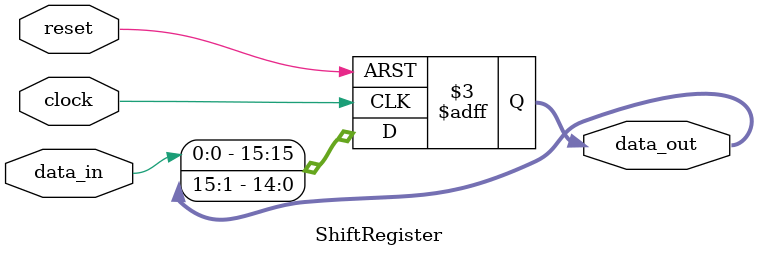
<source format=v>
module ShiftRegister
(
	//input 
	clock,
	reset,
	data_in,
	//output reg[15:0]
	data_out
);

parameter data_size = 16;

input clock;
input reset;
input data_in;
output reg[data_size-1:0]data_out;

always@(posedge clock or negedge reset)
if(!reset)
  data_out <= 0;
else
  data_out <= {data_in, data_out[data_size-1:1]};

endmodule

</source>
